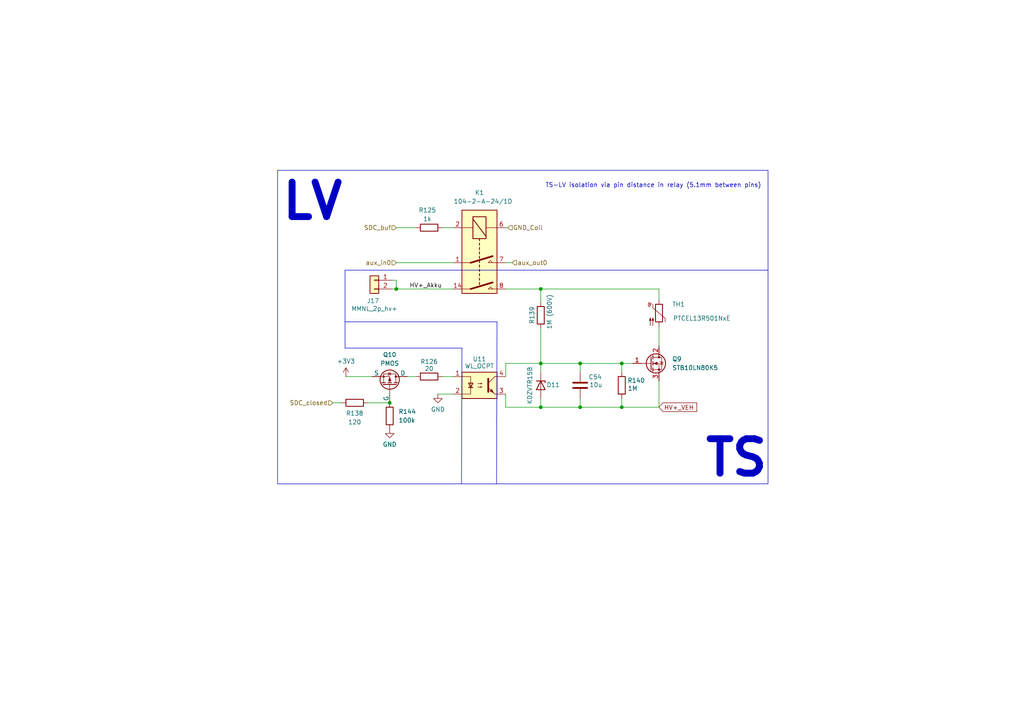
<source format=kicad_sch>
(kicad_sch
	(version 20231120)
	(generator "eeschema")
	(generator_version "8.0")
	(uuid "13e073e0-08f3-43ce-a5c5-b3a3660479c2")
	(paper "A4")
	(lib_symbols
		(symbol "Connector_Generic:Conn_01x02"
			(pin_names
				(offset 1.016) hide)
			(exclude_from_sim no)
			(in_bom yes)
			(on_board yes)
			(property "Reference" "J"
				(at 0 2.54 0)
				(effects
					(font
						(size 1.27 1.27)
					)
				)
			)
			(property "Value" "Conn_01x02"
				(at 0 -5.08 0)
				(effects
					(font
						(size 1.27 1.27)
					)
				)
			)
			(property "Footprint" ""
				(at 0 0 0)
				(effects
					(font
						(size 1.27 1.27)
					)
					(hide yes)
				)
			)
			(property "Datasheet" "~"
				(at 0 0 0)
				(effects
					(font
						(size 1.27 1.27)
					)
					(hide yes)
				)
			)
			(property "Description" "Generic connector, single row, 01x02, script generated (kicad-library-utils/schlib/autogen/connector/)"
				(at 0 0 0)
				(effects
					(font
						(size 1.27 1.27)
					)
					(hide yes)
				)
			)
			(property "ki_keywords" "connector"
				(at 0 0 0)
				(effects
					(font
						(size 1.27 1.27)
					)
					(hide yes)
				)
			)
			(property "ki_fp_filters" "Connector*:*_1x??_*"
				(at 0 0 0)
				(effects
					(font
						(size 1.27 1.27)
					)
					(hide yes)
				)
			)
			(symbol "Conn_01x02_1_1"
				(rectangle
					(start -1.27 -2.413)
					(end 0 -2.667)
					(stroke
						(width 0.1524)
						(type default)
					)
					(fill
						(type none)
					)
				)
				(rectangle
					(start -1.27 0.127)
					(end 0 -0.127)
					(stroke
						(width 0.1524)
						(type default)
					)
					(fill
						(type none)
					)
				)
				(rectangle
					(start -1.27 1.27)
					(end 1.27 -3.81)
					(stroke
						(width 0.254)
						(type default)
					)
					(fill
						(type background)
					)
				)
				(pin passive line
					(at -5.08 0 0)
					(length 3.81)
					(name "Pin_1"
						(effects
							(font
								(size 1.27 1.27)
							)
						)
					)
					(number "1"
						(effects
							(font
								(size 1.27 1.27)
							)
						)
					)
				)
				(pin passive line
					(at -5.08 -2.54 0)
					(length 3.81)
					(name "Pin_2"
						(effects
							(font
								(size 1.27 1.27)
							)
						)
					)
					(number "2"
						(effects
							(font
								(size 1.27 1.27)
							)
						)
					)
				)
			)
		)
		(symbol "Device:C"
			(pin_numbers hide)
			(pin_names
				(offset 0.254)
			)
			(exclude_from_sim no)
			(in_bom yes)
			(on_board yes)
			(property "Reference" "C"
				(at 0.635 2.54 0)
				(effects
					(font
						(size 1.27 1.27)
					)
					(justify left)
				)
			)
			(property "Value" "C"
				(at 0.635 -2.54 0)
				(effects
					(font
						(size 1.27 1.27)
					)
					(justify left)
				)
			)
			(property "Footprint" ""
				(at 0.9652 -3.81 0)
				(effects
					(font
						(size 1.27 1.27)
					)
					(hide yes)
				)
			)
			(property "Datasheet" "~"
				(at 0 0 0)
				(effects
					(font
						(size 1.27 1.27)
					)
					(hide yes)
				)
			)
			(property "Description" "Unpolarized capacitor"
				(at 0 0 0)
				(effects
					(font
						(size 1.27 1.27)
					)
					(hide yes)
				)
			)
			(property "ki_keywords" "cap capacitor"
				(at 0 0 0)
				(effects
					(font
						(size 1.27 1.27)
					)
					(hide yes)
				)
			)
			(property "ki_fp_filters" "C_*"
				(at 0 0 0)
				(effects
					(font
						(size 1.27 1.27)
					)
					(hide yes)
				)
			)
			(symbol "C_0_1"
				(polyline
					(pts
						(xy -2.032 -0.762) (xy 2.032 -0.762)
					)
					(stroke
						(width 0.508)
						(type default)
					)
					(fill
						(type none)
					)
				)
				(polyline
					(pts
						(xy -2.032 0.762) (xy 2.032 0.762)
					)
					(stroke
						(width 0.508)
						(type default)
					)
					(fill
						(type none)
					)
				)
			)
			(symbol "C_1_1"
				(pin passive line
					(at 0 3.81 270)
					(length 2.794)
					(name "~"
						(effects
							(font
								(size 1.27 1.27)
							)
						)
					)
					(number "1"
						(effects
							(font
								(size 1.27 1.27)
							)
						)
					)
				)
				(pin passive line
					(at 0 -3.81 90)
					(length 2.794)
					(name "~"
						(effects
							(font
								(size 1.27 1.27)
							)
						)
					)
					(number "2"
						(effects
							(font
								(size 1.27 1.27)
							)
						)
					)
				)
			)
		)
		(symbol "Device:D_Zener"
			(pin_numbers hide)
			(pin_names
				(offset 1.016) hide)
			(exclude_from_sim no)
			(in_bom yes)
			(on_board yes)
			(property "Reference" "D"
				(at 0 2.54 0)
				(effects
					(font
						(size 1.27 1.27)
					)
				)
			)
			(property "Value" "D_Zener"
				(at 0 -2.54 0)
				(effects
					(font
						(size 1.27 1.27)
					)
				)
			)
			(property "Footprint" ""
				(at 0 0 0)
				(effects
					(font
						(size 1.27 1.27)
					)
					(hide yes)
				)
			)
			(property "Datasheet" "~"
				(at 0 0 0)
				(effects
					(font
						(size 1.27 1.27)
					)
					(hide yes)
				)
			)
			(property "Description" "Zener diode"
				(at 0 0 0)
				(effects
					(font
						(size 1.27 1.27)
					)
					(hide yes)
				)
			)
			(property "ki_keywords" "diode"
				(at 0 0 0)
				(effects
					(font
						(size 1.27 1.27)
					)
					(hide yes)
				)
			)
			(property "ki_fp_filters" "TO-???* *_Diode_* *SingleDiode* D_*"
				(at 0 0 0)
				(effects
					(font
						(size 1.27 1.27)
					)
					(hide yes)
				)
			)
			(symbol "D_Zener_0_1"
				(polyline
					(pts
						(xy 1.27 0) (xy -1.27 0)
					)
					(stroke
						(width 0)
						(type default)
					)
					(fill
						(type none)
					)
				)
				(polyline
					(pts
						(xy -1.27 -1.27) (xy -1.27 1.27) (xy -0.762 1.27)
					)
					(stroke
						(width 0.254)
						(type default)
					)
					(fill
						(type none)
					)
				)
				(polyline
					(pts
						(xy 1.27 -1.27) (xy 1.27 1.27) (xy -1.27 0) (xy 1.27 -1.27)
					)
					(stroke
						(width 0.254)
						(type default)
					)
					(fill
						(type none)
					)
				)
			)
			(symbol "D_Zener_1_1"
				(pin passive line
					(at -3.81 0 0)
					(length 2.54)
					(name "K"
						(effects
							(font
								(size 1.27 1.27)
							)
						)
					)
					(number "1"
						(effects
							(font
								(size 1.27 1.27)
							)
						)
					)
				)
				(pin passive line
					(at 3.81 0 180)
					(length 2.54)
					(name "A"
						(effects
							(font
								(size 1.27 1.27)
							)
						)
					)
					(number "2"
						(effects
							(font
								(size 1.27 1.27)
							)
						)
					)
				)
			)
		)
		(symbol "Device:R"
			(pin_numbers hide)
			(pin_names
				(offset 0)
			)
			(exclude_from_sim no)
			(in_bom yes)
			(on_board yes)
			(property "Reference" "R"
				(at 2.032 0 90)
				(effects
					(font
						(size 1.27 1.27)
					)
				)
			)
			(property "Value" "R"
				(at 0 0 90)
				(effects
					(font
						(size 1.27 1.27)
					)
				)
			)
			(property "Footprint" ""
				(at -1.778 0 90)
				(effects
					(font
						(size 1.27 1.27)
					)
					(hide yes)
				)
			)
			(property "Datasheet" "~"
				(at 0 0 0)
				(effects
					(font
						(size 1.27 1.27)
					)
					(hide yes)
				)
			)
			(property "Description" "Resistor"
				(at 0 0 0)
				(effects
					(font
						(size 1.27 1.27)
					)
					(hide yes)
				)
			)
			(property "ki_keywords" "R res resistor"
				(at 0 0 0)
				(effects
					(font
						(size 1.27 1.27)
					)
					(hide yes)
				)
			)
			(property "ki_fp_filters" "R_*"
				(at 0 0 0)
				(effects
					(font
						(size 1.27 1.27)
					)
					(hide yes)
				)
			)
			(symbol "R_0_1"
				(rectangle
					(start -1.016 -2.54)
					(end 1.016 2.54)
					(stroke
						(width 0.254)
						(type default)
					)
					(fill
						(type none)
					)
				)
			)
			(symbol "R_1_1"
				(pin passive line
					(at 0 3.81 270)
					(length 1.27)
					(name "~"
						(effects
							(font
								(size 1.27 1.27)
							)
						)
					)
					(number "1"
						(effects
							(font
								(size 1.27 1.27)
							)
						)
					)
				)
				(pin passive line
					(at 0 -3.81 90)
					(length 1.27)
					(name "~"
						(effects
							(font
								(size 1.27 1.27)
							)
						)
					)
					(number "2"
						(effects
							(font
								(size 1.27 1.27)
							)
						)
					)
				)
			)
		)
		(symbol "Device:Thermistor_PTC"
			(pin_numbers hide)
			(pin_names
				(offset 0)
			)
			(exclude_from_sim no)
			(in_bom yes)
			(on_board yes)
			(property "Reference" "TH"
				(at -4.064 0 90)
				(effects
					(font
						(size 1.27 1.27)
					)
				)
			)
			(property "Value" "Thermistor_PTC"
				(at 3.048 0 90)
				(effects
					(font
						(size 1.27 1.27)
					)
				)
			)
			(property "Footprint" ""
				(at 1.27 -5.08 0)
				(effects
					(font
						(size 1.27 1.27)
					)
					(justify left)
					(hide yes)
				)
			)
			(property "Datasheet" "~"
				(at 0 0 0)
				(effects
					(font
						(size 1.27 1.27)
					)
					(hide yes)
				)
			)
			(property "Description" "Temperature dependent resistor, positive temperature coefficient"
				(at 0 0 0)
				(effects
					(font
						(size 1.27 1.27)
					)
					(hide yes)
				)
			)
			(property "ki_keywords" "resistor PTC thermistor sensor RTD"
				(at 0 0 0)
				(effects
					(font
						(size 1.27 1.27)
					)
					(hide yes)
				)
			)
			(property "ki_fp_filters" "*PTC* *Thermistor* PIN?ARRAY* bornier* *Terminal?Block* R_*"
				(at 0 0 0)
				(effects
					(font
						(size 1.27 1.27)
					)
					(hide yes)
				)
			)
			(symbol "Thermistor_PTC_0_1"
				(arc
					(start -3.048 2.159)
					(mid -3.0495 2.3143)
					(end -3.175 2.413)
					(stroke
						(width 0)
						(type default)
					)
					(fill
						(type none)
					)
				)
				(arc
					(start -3.048 2.159)
					(mid -2.9736 1.9794)
					(end -2.794 1.905)
					(stroke
						(width 0)
						(type default)
					)
					(fill
						(type none)
					)
				)
				(arc
					(start -3.048 2.794)
					(mid -2.9736 2.6144)
					(end -2.794 2.54)
					(stroke
						(width 0)
						(type default)
					)
					(fill
						(type none)
					)
				)
				(arc
					(start -2.794 1.905)
					(mid -2.6144 1.9794)
					(end -2.54 2.159)
					(stroke
						(width 0)
						(type default)
					)
					(fill
						(type none)
					)
				)
				(arc
					(start -2.794 2.54)
					(mid -2.4393 2.5587)
					(end -2.159 2.794)
					(stroke
						(width 0)
						(type default)
					)
					(fill
						(type none)
					)
				)
				(arc
					(start -2.794 3.048)
					(mid -2.9736 2.9736)
					(end -3.048 2.794)
					(stroke
						(width 0)
						(type default)
					)
					(fill
						(type none)
					)
				)
				(arc
					(start -2.54 2.794)
					(mid -2.6144 2.9736)
					(end -2.794 3.048)
					(stroke
						(width 0)
						(type default)
					)
					(fill
						(type none)
					)
				)
				(rectangle
					(start -1.016 2.54)
					(end 1.016 -2.54)
					(stroke
						(width 0.254)
						(type default)
					)
					(fill
						(type none)
					)
				)
				(polyline
					(pts
						(xy -2.54 2.159) (xy -2.54 2.794)
					)
					(stroke
						(width 0)
						(type default)
					)
					(fill
						(type none)
					)
				)
				(polyline
					(pts
						(xy -1.778 2.54) (xy -1.778 1.524) (xy 1.778 -1.524) (xy 1.778 -2.54)
					)
					(stroke
						(width 0)
						(type default)
					)
					(fill
						(type none)
					)
				)
				(polyline
					(pts
						(xy -2.54 -3.683) (xy -2.54 -1.397) (xy -2.794 -2.159) (xy -2.286 -2.159) (xy -2.54 -1.397) (xy -2.54 -1.651)
					)
					(stroke
						(width 0)
						(type default)
					)
					(fill
						(type outline)
					)
				)
				(polyline
					(pts
						(xy -1.778 -3.683) (xy -1.778 -1.397) (xy -2.032 -2.159) (xy -1.524 -2.159) (xy -1.778 -1.397)
						(xy -1.778 -1.651)
					)
					(stroke
						(width 0)
						(type default)
					)
					(fill
						(type outline)
					)
				)
			)
			(symbol "Thermistor_PTC_1_1"
				(pin passive line
					(at 0 3.81 270)
					(length 1.27)
					(name "~"
						(effects
							(font
								(size 1.27 1.27)
							)
						)
					)
					(number "1"
						(effects
							(font
								(size 1.27 1.27)
							)
						)
					)
				)
				(pin passive line
					(at 0 -3.81 90)
					(length 1.27)
					(name "~"
						(effects
							(font
								(size 1.27 1.27)
							)
						)
					)
					(number "2"
						(effects
							(font
								(size 1.27 1.27)
							)
						)
					)
				)
			)
		)
		(symbol "Isolator:FODM217A"
			(exclude_from_sim no)
			(in_bom yes)
			(on_board yes)
			(property "Reference" "U4"
				(at 1.27 7.62 0)
				(effects
					(font
						(size 1.27 1.27)
					)
				)
			)
			(property "Value" "WL_OCDA"
				(at 1.27 5.588 0)
				(effects
					(font
						(size 1.27 1.27)
					)
				)
			)
			(property "Footprint" "Package_SO:SOP-4_4.4x2.6mm_P1.27mm"
				(at 0 -5.08 0)
				(effects
					(font
						(size 1.27 1.27)
						(italic yes)
					)
					(hide yes)
				)
			)
			(property "Datasheet" ""
				(at 0 0 0)
				(effects
					(font
						(size 1.27 1.27)
					)
					(justify left)
					(hide yes)
				)
			)
			(property "Description" "141352145000"
				(at 0 0 0)
				(effects
					(font
						(size 1.27 1.27)
					)
					(hide yes)
				)
			)
			(property "ki_keywords" "DC Phototransistor Optocoupler"
				(at 0 0 0)
				(effects
					(font
						(size 1.27 1.27)
					)
					(hide yes)
				)
			)
			(property "ki_fp_filters" "SOP*4.4x2.6mm*P1.27mm*"
				(at 0 0 0)
				(effects
					(font
						(size 1.27 1.27)
					)
					(hide yes)
				)
			)
			(symbol "FODM217A_0_1"
				(rectangle
					(start -5.08 3.81)
					(end 5.08 -3.81)
					(stroke
						(width 0.254)
						(type default)
					)
					(fill
						(type background)
					)
				)
				(polyline
					(pts
						(xy -3.175 -0.635) (xy -1.905 -0.635)
					)
					(stroke
						(width 0.254)
						(type default)
					)
					(fill
						(type none)
					)
				)
				(polyline
					(pts
						(xy 2.54 0.635) (xy 4.445 2.54)
					)
					(stroke
						(width 0)
						(type default)
					)
					(fill
						(type none)
					)
				)
				(polyline
					(pts
						(xy 4.445 -2.54) (xy 2.54 -0.635)
					)
					(stroke
						(width 0)
						(type default)
					)
					(fill
						(type outline)
					)
				)
				(polyline
					(pts
						(xy 4.445 -2.54) (xy 5.08 -2.54)
					)
					(stroke
						(width 0)
						(type default)
					)
					(fill
						(type none)
					)
				)
				(polyline
					(pts
						(xy 4.445 2.54) (xy 5.08 2.54)
					)
					(stroke
						(width 0)
						(type default)
					)
					(fill
						(type none)
					)
				)
				(polyline
					(pts
						(xy -5.08 2.54) (xy -2.54 2.54) (xy -2.54 -0.635)
					)
					(stroke
						(width 0)
						(type default)
					)
					(fill
						(type none)
					)
				)
				(polyline
					(pts
						(xy -2.54 -0.635) (xy -2.54 -2.54) (xy -5.08 -2.54)
					)
					(stroke
						(width 0)
						(type default)
					)
					(fill
						(type none)
					)
				)
				(polyline
					(pts
						(xy 2.54 1.905) (xy 2.54 -1.905) (xy 2.54 -1.905)
					)
					(stroke
						(width 0.508)
						(type default)
					)
					(fill
						(type none)
					)
				)
				(polyline
					(pts
						(xy -2.54 -0.635) (xy -3.175 0.635) (xy -1.905 0.635) (xy -2.54 -0.635)
					)
					(stroke
						(width 0.254)
						(type default)
					)
					(fill
						(type none)
					)
				)
				(polyline
					(pts
						(xy -0.508 -0.508) (xy 0.762 -0.508) (xy 0.381 -0.635) (xy 0.381 -0.381) (xy 0.762 -0.508)
					)
					(stroke
						(width 0)
						(type default)
					)
					(fill
						(type none)
					)
				)
				(polyline
					(pts
						(xy -0.508 0.508) (xy 0.762 0.508) (xy 0.381 0.381) (xy 0.381 0.635) (xy 0.762 0.508)
					)
					(stroke
						(width 0)
						(type default)
					)
					(fill
						(type none)
					)
				)
				(polyline
					(pts
						(xy 3.048 -1.651) (xy 3.556 -1.143) (xy 4.064 -2.159) (xy 3.048 -1.651) (xy 3.048 -1.651)
					)
					(stroke
						(width 0)
						(type default)
					)
					(fill
						(type outline)
					)
				)
			)
			(symbol "FODM217A_1_1"
				(pin passive line
					(at -7.62 2.54 0)
					(length 2.54)
					(name "~"
						(effects
							(font
								(size 1.27 1.27)
							)
						)
					)
					(number "1"
						(effects
							(font
								(size 1.27 1.27)
							)
						)
					)
				)
				(pin passive line
					(at -7.62 -2.54 0)
					(length 2.54)
					(name "~"
						(effects
							(font
								(size 1.27 1.27)
							)
						)
					)
					(number "2"
						(effects
							(font
								(size 1.27 1.27)
							)
						)
					)
				)
				(pin passive line
					(at 7.62 -2.54 180)
					(length 2.54)
					(name "~"
						(effects
							(font
								(size 1.27 1.27)
							)
						)
					)
					(number "3"
						(effects
							(font
								(size 1.27 1.27)
							)
						)
					)
				)
				(pin passive line
					(at 7.62 2.54 180)
					(length 2.54)
					(name "~"
						(effects
							(font
								(size 1.27 1.27)
							)
						)
					)
					(number "4"
						(effects
							(font
								(size 1.27 1.27)
							)
						)
					)
				)
			)
		)
		(symbol "Relay:DIPxx-2Axx-21x"
			(exclude_from_sim no)
			(in_bom yes)
			(on_board yes)
			(property "Reference" "K"
				(at 12.7 3.81 0)
				(effects
					(font
						(size 1.27 1.27)
					)
					(justify left)
				)
			)
			(property "Value" "DIPxx-2Axx-21x"
				(at 12.7 1.27 0)
				(effects
					(font
						(size 1.27 1.27)
					)
					(justify left)
				)
			)
			(property "Footprint" "Relay_THT:Relay_StandexMeder_DIP_LowProfile"
				(at 12.7 -1.27 0)
				(effects
					(font
						(size 1.27 1.27)
					)
					(justify left)
					(hide yes)
				)
			)
			(property "Datasheet" "https://standexelectronics.com/wp-content/uploads/datasheet_reed_relay_DIP.pdf"
				(at 0 0 0)
				(effects
					(font
						(size 1.27 1.27)
					)
					(hide yes)
				)
			)
			(property "Description" "Standex Meder DIP reed relay, DPST, Closing Contacts"
				(at 0 0 0)
				(effects
					(font
						(size 1.27 1.27)
					)
					(hide yes)
				)
			)
			(property "ki_keywords" "Single Pole Reed Relay DPST"
				(at 0 0 0)
				(effects
					(font
						(size 1.27 1.27)
					)
					(hide yes)
				)
			)
			(property "ki_fp_filters" "Relay*StandexMeder*DIP*LowProfile*"
				(at 0 0 0)
				(effects
					(font
						(size 1.27 1.27)
					)
					(hide yes)
				)
			)
			(symbol "DIPxx-2Axx-21x_0_0"
				(polyline
					(pts
						(xy 2.54 5.08) (xy 2.54 2.54) (xy 1.905 3.175) (xy 2.54 3.81)
					)
					(stroke
						(width 0)
						(type default)
					)
					(fill
						(type none)
					)
				)
				(polyline
					(pts
						(xy 10.16 5.08) (xy 10.16 2.54) (xy 9.525 3.175) (xy 10.16 3.81)
					)
					(stroke
						(width 0)
						(type default)
					)
					(fill
						(type none)
					)
				)
			)
			(symbol "DIPxx-2Axx-21x_0_1"
				(rectangle
					(start -12.7 5.08)
					(end 11.43 -5.08)
					(stroke
						(width 0.254)
						(type default)
					)
					(fill
						(type background)
					)
				)
				(rectangle
					(start -10.795 1.905)
					(end -4.445 -1.905)
					(stroke
						(width 0.254)
						(type default)
					)
					(fill
						(type none)
					)
				)
				(polyline
					(pts
						(xy -10.16 -1.905) (xy -5.08 1.905)
					)
					(stroke
						(width 0.254)
						(type default)
					)
					(fill
						(type none)
					)
				)
				(polyline
					(pts
						(xy -7.62 -5.08) (xy -7.62 -1.905)
					)
					(stroke
						(width 0)
						(type default)
					)
					(fill
						(type none)
					)
				)
				(polyline
					(pts
						(xy -7.62 5.08) (xy -7.62 1.905)
					)
					(stroke
						(width 0)
						(type default)
					)
					(fill
						(type none)
					)
				)
				(polyline
					(pts
						(xy -4.445 0) (xy -3.81 0)
					)
					(stroke
						(width 0.254)
						(type default)
					)
					(fill
						(type none)
					)
				)
				(polyline
					(pts
						(xy -3.175 0) (xy -2.54 0)
					)
					(stroke
						(width 0.254)
						(type default)
					)
					(fill
						(type none)
					)
				)
				(polyline
					(pts
						(xy -1.905 0) (xy -1.27 0)
					)
					(stroke
						(width 0.254)
						(type default)
					)
					(fill
						(type none)
					)
				)
				(polyline
					(pts
						(xy -0.635 0) (xy 0 0)
					)
					(stroke
						(width 0.254)
						(type default)
					)
					(fill
						(type none)
					)
				)
				(polyline
					(pts
						(xy 0.635 0) (xy 1.27 0)
					)
					(stroke
						(width 0.254)
						(type default)
					)
					(fill
						(type none)
					)
				)
				(polyline
					(pts
						(xy 1.905 0) (xy 2.54 0)
					)
					(stroke
						(width 0.254)
						(type default)
					)
					(fill
						(type none)
					)
				)
				(polyline
					(pts
						(xy 2.54 -2.54) (xy 0.635 3.81)
					)
					(stroke
						(width 0.508)
						(type default)
					)
					(fill
						(type none)
					)
				)
				(polyline
					(pts
						(xy 2.54 -2.54) (xy 2.54 -5.08)
					)
					(stroke
						(width 0)
						(type default)
					)
					(fill
						(type none)
					)
				)
				(polyline
					(pts
						(xy 3.175 0) (xy 3.81 0)
					)
					(stroke
						(width 0.254)
						(type default)
					)
					(fill
						(type none)
					)
				)
				(polyline
					(pts
						(xy 4.445 0) (xy 5.08 0)
					)
					(stroke
						(width 0.254)
						(type default)
					)
					(fill
						(type none)
					)
				)
				(polyline
					(pts
						(xy 5.715 0) (xy 6.35 0)
					)
					(stroke
						(width 0.254)
						(type default)
					)
					(fill
						(type none)
					)
				)
				(polyline
					(pts
						(xy 6.985 0) (xy 7.62 0)
					)
					(stroke
						(width 0.254)
						(type default)
					)
					(fill
						(type none)
					)
				)
				(polyline
					(pts
						(xy 8.255 0) (xy 8.89 0)
					)
					(stroke
						(width 0.254)
						(type default)
					)
					(fill
						(type none)
					)
				)
				(polyline
					(pts
						(xy 10.16 -2.54) (xy 8.255 3.81)
					)
					(stroke
						(width 0.508)
						(type default)
					)
					(fill
						(type none)
					)
				)
				(polyline
					(pts
						(xy 10.16 -2.54) (xy 10.16 -5.08)
					)
					(stroke
						(width 0)
						(type default)
					)
					(fill
						(type none)
					)
				)
			)
			(symbol "DIPxx-2Axx-21x_1_1"
				(pin passive line
					(at 2.54 -7.62 90)
					(length 2.54)
					(name "~"
						(effects
							(font
								(size 1.27 1.27)
							)
						)
					)
					(number "1"
						(effects
							(font
								(size 1.27 1.27)
							)
						)
					)
				)
				(pin passive line
					(at 10.16 -7.62 90)
					(length 2.54)
					(name "~"
						(effects
							(font
								(size 1.27 1.27)
							)
						)
					)
					(number "14"
						(effects
							(font
								(size 1.27 1.27)
							)
						)
					)
				)
				(pin passive line
					(at -7.62 -7.62 90)
					(length 2.54)
					(name "~"
						(effects
							(font
								(size 1.27 1.27)
							)
						)
					)
					(number "2"
						(effects
							(font
								(size 1.27 1.27)
							)
						)
					)
				)
				(pin passive line
					(at -7.62 7.62 270)
					(length 2.54)
					(name "~"
						(effects
							(font
								(size 1.27 1.27)
							)
						)
					)
					(number "6"
						(effects
							(font
								(size 1.27 1.27)
							)
						)
					)
				)
				(pin passive line
					(at 2.54 7.62 270)
					(length 2.54)
					(name "~"
						(effects
							(font
								(size 1.27 1.27)
							)
						)
					)
					(number "7"
						(effects
							(font
								(size 1.27 1.27)
							)
						)
					)
				)
				(pin passive line
					(at 10.16 7.62 270)
					(length 2.54)
					(name "~"
						(effects
							(font
								(size 1.27 1.27)
							)
						)
					)
					(number "8"
						(effects
							(font
								(size 1.27 1.27)
							)
						)
					)
				)
			)
		)
		(symbol "Simulation_SPICE:PMOS"
			(pin_numbers hide)
			(pin_names
				(offset 0)
			)
			(exclude_from_sim no)
			(in_bom yes)
			(on_board yes)
			(property "Reference" "Q"
				(at 5.08 1.27 0)
				(effects
					(font
						(size 1.27 1.27)
					)
					(justify left)
				)
			)
			(property "Value" "PMOS"
				(at 5.08 -1.27 0)
				(effects
					(font
						(size 1.27 1.27)
					)
					(justify left)
				)
			)
			(property "Footprint" ""
				(at 5.08 2.54 0)
				(effects
					(font
						(size 1.27 1.27)
					)
					(hide yes)
				)
			)
			(property "Datasheet" "https://ngspice.sourceforge.io/docs/ngspice-html-manual/manual.xhtml#cha_MOSFETs"
				(at 0 -12.7 0)
				(effects
					(font
						(size 1.27 1.27)
					)
					(hide yes)
				)
			)
			(property "Description" "P-MOSFET transistor, drain/source/gate"
				(at 0 0 0)
				(effects
					(font
						(size 1.27 1.27)
					)
					(hide yes)
				)
			)
			(property "Sim.Device" "PMOS"
				(at 0 -17.145 0)
				(effects
					(font
						(size 1.27 1.27)
					)
					(hide yes)
				)
			)
			(property "Sim.Type" "VDMOS"
				(at 0 -19.05 0)
				(effects
					(font
						(size 1.27 1.27)
					)
					(hide yes)
				)
			)
			(property "Sim.Pins" "1=D 2=G 3=S"
				(at 0 -15.24 0)
				(effects
					(font
						(size 1.27 1.27)
					)
					(hide yes)
				)
			)
			(property "ki_keywords" "transistor PMOS P-MOS P-MOSFET simulation"
				(at 0 0 0)
				(effects
					(font
						(size 1.27 1.27)
					)
					(hide yes)
				)
			)
			(symbol "PMOS_0_1"
				(polyline
					(pts
						(xy 0.254 0) (xy -2.54 0)
					)
					(stroke
						(width 0)
						(type default)
					)
					(fill
						(type none)
					)
				)
				(polyline
					(pts
						(xy 0.254 1.905) (xy 0.254 -1.905)
					)
					(stroke
						(width 0.254)
						(type default)
					)
					(fill
						(type none)
					)
				)
				(polyline
					(pts
						(xy 0.762 -1.27) (xy 0.762 -2.286)
					)
					(stroke
						(width 0.254)
						(type default)
					)
					(fill
						(type none)
					)
				)
				(polyline
					(pts
						(xy 0.762 0.508) (xy 0.762 -0.508)
					)
					(stroke
						(width 0.254)
						(type default)
					)
					(fill
						(type none)
					)
				)
				(polyline
					(pts
						(xy 0.762 2.286) (xy 0.762 1.27)
					)
					(stroke
						(width 0.254)
						(type default)
					)
					(fill
						(type none)
					)
				)
				(polyline
					(pts
						(xy 2.54 2.54) (xy 2.54 1.778)
					)
					(stroke
						(width 0)
						(type default)
					)
					(fill
						(type none)
					)
				)
				(polyline
					(pts
						(xy 2.54 -2.54) (xy 2.54 0) (xy 0.762 0)
					)
					(stroke
						(width 0)
						(type default)
					)
					(fill
						(type none)
					)
				)
				(polyline
					(pts
						(xy 0.762 1.778) (xy 3.302 1.778) (xy 3.302 -1.778) (xy 0.762 -1.778)
					)
					(stroke
						(width 0)
						(type default)
					)
					(fill
						(type none)
					)
				)
				(polyline
					(pts
						(xy 2.286 0) (xy 1.27 0.381) (xy 1.27 -0.381) (xy 2.286 0)
					)
					(stroke
						(width 0)
						(type default)
					)
					(fill
						(type outline)
					)
				)
				(polyline
					(pts
						(xy 2.794 -0.508) (xy 2.921 -0.381) (xy 3.683 -0.381) (xy 3.81 -0.254)
					)
					(stroke
						(width 0)
						(type default)
					)
					(fill
						(type none)
					)
				)
				(polyline
					(pts
						(xy 3.302 -0.381) (xy 2.921 0.254) (xy 3.683 0.254) (xy 3.302 -0.381)
					)
					(stroke
						(width 0)
						(type default)
					)
					(fill
						(type none)
					)
				)
				(circle
					(center 1.651 0)
					(radius 2.794)
					(stroke
						(width 0.254)
						(type default)
					)
					(fill
						(type none)
					)
				)
				(circle
					(center 2.54 -1.778)
					(radius 0.254)
					(stroke
						(width 0)
						(type default)
					)
					(fill
						(type outline)
					)
				)
				(circle
					(center 2.54 1.778)
					(radius 0.254)
					(stroke
						(width 0)
						(type default)
					)
					(fill
						(type outline)
					)
				)
			)
			(symbol "PMOS_1_1"
				(pin passive line
					(at 2.54 5.08 270)
					(length 2.54)
					(name "D"
						(effects
							(font
								(size 1.27 1.27)
							)
						)
					)
					(number "1"
						(effects
							(font
								(size 1.27 1.27)
							)
						)
					)
				)
				(pin input line
					(at -5.08 0 0)
					(length 2.54)
					(name "G"
						(effects
							(font
								(size 1.27 1.27)
							)
						)
					)
					(number "2"
						(effects
							(font
								(size 1.27 1.27)
							)
						)
					)
				)
				(pin passive line
					(at 2.54 -5.08 90)
					(length 2.54)
					(name "S"
						(effects
							(font
								(size 1.27 1.27)
							)
						)
					)
					(number "3"
						(effects
							(font
								(size 1.27 1.27)
							)
						)
					)
				)
			)
		)
		(symbol "Transistor_FET:STB15N80K5"
			(pin_names hide)
			(exclude_from_sim no)
			(in_bom yes)
			(on_board yes)
			(property "Reference" "Q"
				(at 5.08 1.905 0)
				(effects
					(font
						(size 1.27 1.27)
					)
					(justify left)
				)
			)
			(property "Value" "STB15N80K5"
				(at 5.08 0 0)
				(effects
					(font
						(size 1.27 1.27)
					)
					(justify left)
				)
			)
			(property "Footprint" "Package_TO_SOT_SMD:TO-263-2"
				(at 5.08 -1.905 0)
				(effects
					(font
						(size 1.27 1.27)
						(italic yes)
					)
					(justify left)
					(hide yes)
				)
			)
			(property "Datasheet" "https://www.st.com/resource/en/datasheet/stb15n80k5.pdf"
				(at 5.08 -3.81 0)
				(effects
					(font
						(size 1.27 1.27)
					)
					(justify left)
					(hide yes)
				)
			)
			(property "Description" "14A Id, 800V Vds, N-Channel MOSFET, 375mOhm Ron, D2PAK"
				(at 0 0 0)
				(effects
					(font
						(size 1.27 1.27)
					)
					(hide yes)
				)
			)
			(property "ki_keywords" "N-Channel MOSFET"
				(at 0 0 0)
				(effects
					(font
						(size 1.27 1.27)
					)
					(hide yes)
				)
			)
			(property "ki_fp_filters" "TO?263*"
				(at 0 0 0)
				(effects
					(font
						(size 1.27 1.27)
					)
					(hide yes)
				)
			)
			(symbol "STB15N80K5_0_1"
				(polyline
					(pts
						(xy 0.254 0) (xy -2.54 0)
					)
					(stroke
						(width 0)
						(type default)
					)
					(fill
						(type none)
					)
				)
				(polyline
					(pts
						(xy 0.254 1.905) (xy 0.254 -1.905)
					)
					(stroke
						(width 0.254)
						(type default)
					)
					(fill
						(type none)
					)
				)
				(polyline
					(pts
						(xy 0.762 -1.27) (xy 0.762 -2.286)
					)
					(stroke
						(width 0.254)
						(type default)
					)
					(fill
						(type none)
					)
				)
				(polyline
					(pts
						(xy 0.762 0.508) (xy 0.762 -0.508)
					)
					(stroke
						(width 0.254)
						(type default)
					)
					(fill
						(type none)
					)
				)
				(polyline
					(pts
						(xy 0.762 2.286) (xy 0.762 1.27)
					)
					(stroke
						(width 0.254)
						(type default)
					)
					(fill
						(type none)
					)
				)
				(polyline
					(pts
						(xy 2.54 2.54) (xy 2.54 1.778)
					)
					(stroke
						(width 0)
						(type default)
					)
					(fill
						(type none)
					)
				)
				(polyline
					(pts
						(xy 2.54 -2.54) (xy 2.54 0) (xy 0.762 0)
					)
					(stroke
						(width 0)
						(type default)
					)
					(fill
						(type none)
					)
				)
				(polyline
					(pts
						(xy 0.762 -1.778) (xy 3.302 -1.778) (xy 3.302 1.778) (xy 0.762 1.778)
					)
					(stroke
						(width 0)
						(type default)
					)
					(fill
						(type none)
					)
				)
				(polyline
					(pts
						(xy 1.016 0) (xy 2.032 0.381) (xy 2.032 -0.381) (xy 1.016 0)
					)
					(stroke
						(width 0)
						(type default)
					)
					(fill
						(type outline)
					)
				)
				(polyline
					(pts
						(xy 2.794 0.508) (xy 2.921 0.381) (xy 3.683 0.381) (xy 3.81 0.254)
					)
					(stroke
						(width 0)
						(type default)
					)
					(fill
						(type none)
					)
				)
				(polyline
					(pts
						(xy 3.302 0.381) (xy 2.921 -0.254) (xy 3.683 -0.254) (xy 3.302 0.381)
					)
					(stroke
						(width 0)
						(type default)
					)
					(fill
						(type none)
					)
				)
				(circle
					(center 1.651 0)
					(radius 2.794)
					(stroke
						(width 0.254)
						(type default)
					)
					(fill
						(type none)
					)
				)
				(circle
					(center 2.54 -1.778)
					(radius 0.254)
					(stroke
						(width 0)
						(type default)
					)
					(fill
						(type outline)
					)
				)
				(circle
					(center 2.54 1.778)
					(radius 0.254)
					(stroke
						(width 0)
						(type default)
					)
					(fill
						(type outline)
					)
				)
			)
			(symbol "STB15N80K5_1_1"
				(pin passive line
					(at -5.08 0 0)
					(length 2.54)
					(name "G"
						(effects
							(font
								(size 1.27 1.27)
							)
						)
					)
					(number "1"
						(effects
							(font
								(size 1.27 1.27)
							)
						)
					)
				)
				(pin passive line
					(at 2.54 5.08 270)
					(length 2.54)
					(name "D"
						(effects
							(font
								(size 1.27 1.27)
							)
						)
					)
					(number "2"
						(effects
							(font
								(size 1.27 1.27)
							)
						)
					)
				)
				(pin passive line
					(at 2.54 -5.08 90)
					(length 2.54)
					(name "S"
						(effects
							(font
								(size 1.27 1.27)
							)
						)
					)
					(number "3"
						(effects
							(font
								(size 1.27 1.27)
							)
						)
					)
				)
			)
		)
		(symbol "power:+3V3"
			(power)
			(pin_numbers hide)
			(pin_names
				(offset 0) hide)
			(exclude_from_sim no)
			(in_bom yes)
			(on_board yes)
			(property "Reference" "#PWR"
				(at 0 -3.81 0)
				(effects
					(font
						(size 1.27 1.27)
					)
					(hide yes)
				)
			)
			(property "Value" "+3V3"
				(at 0 3.556 0)
				(effects
					(font
						(size 1.27 1.27)
					)
				)
			)
			(property "Footprint" ""
				(at 0 0 0)
				(effects
					(font
						(size 1.27 1.27)
					)
					(hide yes)
				)
			)
			(property "Datasheet" ""
				(at 0 0 0)
				(effects
					(font
						(size 1.27 1.27)
					)
					(hide yes)
				)
			)
			(property "Description" "Power symbol creates a global label with name \"+3V3\""
				(at 0 0 0)
				(effects
					(font
						(size 1.27 1.27)
					)
					(hide yes)
				)
			)
			(property "ki_keywords" "global power"
				(at 0 0 0)
				(effects
					(font
						(size 1.27 1.27)
					)
					(hide yes)
				)
			)
			(symbol "+3V3_0_1"
				(polyline
					(pts
						(xy -0.762 1.27) (xy 0 2.54)
					)
					(stroke
						(width 0)
						(type default)
					)
					(fill
						(type none)
					)
				)
				(polyline
					(pts
						(xy 0 0) (xy 0 2.54)
					)
					(stroke
						(width 0)
						(type default)
					)
					(fill
						(type none)
					)
				)
				(polyline
					(pts
						(xy 0 2.54) (xy 0.762 1.27)
					)
					(stroke
						(width 0)
						(type default)
					)
					(fill
						(type none)
					)
				)
			)
			(symbol "+3V3_1_1"
				(pin power_in line
					(at 0 0 90)
					(length 0)
					(name "~"
						(effects
							(font
								(size 1.27 1.27)
							)
						)
					)
					(number "1"
						(effects
							(font
								(size 1.27 1.27)
							)
						)
					)
				)
			)
		)
		(symbol "power:GND"
			(power)
			(pin_numbers hide)
			(pin_names
				(offset 0) hide)
			(exclude_from_sim no)
			(in_bom yes)
			(on_board yes)
			(property "Reference" "#PWR"
				(at 0 -6.35 0)
				(effects
					(font
						(size 1.27 1.27)
					)
					(hide yes)
				)
			)
			(property "Value" "GND"
				(at 0 -3.81 0)
				(effects
					(font
						(size 1.27 1.27)
					)
				)
			)
			(property "Footprint" ""
				(at 0 0 0)
				(effects
					(font
						(size 1.27 1.27)
					)
					(hide yes)
				)
			)
			(property "Datasheet" ""
				(at 0 0 0)
				(effects
					(font
						(size 1.27 1.27)
					)
					(hide yes)
				)
			)
			(property "Description" "Power symbol creates a global label with name \"GND\" , ground"
				(at 0 0 0)
				(effects
					(font
						(size 1.27 1.27)
					)
					(hide yes)
				)
			)
			(property "ki_keywords" "global power"
				(at 0 0 0)
				(effects
					(font
						(size 1.27 1.27)
					)
					(hide yes)
				)
			)
			(symbol "GND_0_1"
				(polyline
					(pts
						(xy 0 0) (xy 0 -1.27) (xy 1.27 -1.27) (xy 0 -2.54) (xy -1.27 -1.27) (xy 0 -1.27)
					)
					(stroke
						(width 0)
						(type default)
					)
					(fill
						(type none)
					)
				)
			)
			(symbol "GND_1_1"
				(pin power_in line
					(at 0 0 270)
					(length 0)
					(name "~"
						(effects
							(font
								(size 1.27 1.27)
							)
						)
					)
					(number "1"
						(effects
							(font
								(size 1.27 1.27)
							)
						)
					)
				)
			)
		)
	)
	(junction
		(at 180.34 118.11)
		(diameter 0)
		(color 0 0 0 0)
		(uuid "3dbcd1f7-cab8-4b17-b9b1-292d82bbd200")
	)
	(junction
		(at 156.845 118.11)
		(diameter 0)
		(color 0 0 0 0)
		(uuid "46531e1a-bdd5-41a7-8f23-684e19d65934")
	)
	(junction
		(at 114.935 83.82)
		(diameter 0)
		(color 0 0 0 0)
		(uuid "69126a6c-e8f2-4642-8ec4-253f40d4767e")
	)
	(junction
		(at 156.845 105.41)
		(diameter 0)
		(color 0 0 0 0)
		(uuid "8a3ade5b-770f-4493-9fd9-a08b40e0beab")
	)
	(junction
		(at 168.275 105.41)
		(diameter 0)
		(color 0 0 0 0)
		(uuid "91744895-41af-4831-b47d-b4b860b19d65")
	)
	(junction
		(at 180.34 105.41)
		(diameter 0)
		(color 0 0 0 0)
		(uuid "9f696f8c-4a1b-4fa2-bcfb-3d8ab899a9dc")
	)
	(junction
		(at 156.845 83.82)
		(diameter 0)
		(color 0 0 0 0)
		(uuid "a5fcc108-7dc8-4be1-9b6d-f2f3c2c67209")
	)
	(junction
		(at 168.275 118.11)
		(diameter 0)
		(color 0 0 0 0)
		(uuid "aa11f6ca-e8c8-4758-99cd-70230615c32f")
	)
	(junction
		(at 113.03 116.84)
		(diameter 0)
		(color 0 0 0 0)
		(uuid "bae3c1f5-79a6-4455-a607-b78beb6853e0")
	)
	(wire
		(pts
			(xy 191.135 94.615) (xy 191.135 100.33)
		)
		(stroke
			(width 0)
			(type default)
		)
		(uuid "0aee1144-2e02-44b4-96c5-8dffa94d6bd9")
	)
	(wire
		(pts
			(xy 114.935 83.82) (xy 131.445 83.82)
		)
		(stroke
			(width 0)
			(type default)
		)
		(uuid "0c0d2e09-8716-4761-9d55-4fa087676277")
	)
	(wire
		(pts
			(xy 114.935 76.2) (xy 131.445 76.2)
		)
		(stroke
			(width 0)
			(type default)
		)
		(uuid "10b8b25b-6bf5-4456-bfd8-cec80d18a16b")
	)
	(wire
		(pts
			(xy 168.275 118.11) (xy 180.34 118.11)
		)
		(stroke
			(width 0)
			(type default)
		)
		(uuid "11cd3966-2715-4663-8e83-e0f4ab2fbd53")
	)
	(wire
		(pts
			(xy 168.275 105.41) (xy 180.34 105.41)
		)
		(stroke
			(width 0)
			(type default)
		)
		(uuid "188a7d13-480a-4bf3-b53c-806c85da4d84")
	)
	(wire
		(pts
			(xy 114.935 81.28) (xy 114.935 83.82)
		)
		(stroke
			(width 0)
			(type default)
		)
		(uuid "23dc4324-5ceb-4b81-8666-ce60ce4e4852")
	)
	(wire
		(pts
			(xy 168.275 105.41) (xy 168.275 107.95)
		)
		(stroke
			(width 0)
			(type default)
		)
		(uuid "2df9f9ee-1255-4532-b37d-057fba8f308c")
	)
	(polyline
		(pts
			(xy 100.076 93.345) (xy 144.145 93.345)
		)
		(stroke
			(width 0)
			(type default)
		)
		(uuid "321acafe-3573-4299-8869-ed89606ad628")
	)
	(wire
		(pts
			(xy 180.34 105.41) (xy 180.34 107.95)
		)
		(stroke
			(width 0)
			(type default)
		)
		(uuid "38f200ac-dcb1-45e1-87fc-4de3de0c48fd")
	)
	(wire
		(pts
			(xy 156.845 83.82) (xy 191.135 83.82)
		)
		(stroke
			(width 0)
			(type default)
		)
		(uuid "3df13b28-3e20-47d9-88da-ef18b2b18b64")
	)
	(polyline
		(pts
			(xy 144.145 93.345) (xy 144.145 98.171)
		)
		(stroke
			(width 0)
			(type default)
		)
		(uuid "45402191-42fa-4634-b74c-9c15fccaffe9")
	)
	(wire
		(pts
			(xy 146.685 83.82) (xy 156.845 83.82)
		)
		(stroke
			(width 0)
			(type default)
		)
		(uuid "47883bfe-b59a-480c-b612-adbae2070ec5")
	)
	(polyline
		(pts
			(xy 133.985 100.965) (xy 133.858 140.335)
		)
		(stroke
			(width 0)
			(type default)
		)
		(uuid "4bbac1db-540d-4610-ac88-665ebd88af5f")
	)
	(wire
		(pts
			(xy 148.59 76.2) (xy 146.685 76.2)
		)
		(stroke
			(width 0)
			(type default)
		)
		(uuid "503f7e59-5949-4af8-bdf8-e9bca8e0479c")
	)
	(polyline
		(pts
			(xy 100.076 78.359) (xy 222.758 78.359)
		)
		(stroke
			(width 0)
			(type default)
		)
		(uuid "5f95c404-bf5b-4662-870c-4347ee10ac5f")
	)
	(wire
		(pts
			(xy 156.845 105.41) (xy 168.275 105.41)
		)
		(stroke
			(width 0)
			(type default)
		)
		(uuid "649f3ea8-87c5-44ff-9fe8-2507ae918646")
	)
	(wire
		(pts
			(xy 156.845 118.11) (xy 168.275 118.11)
		)
		(stroke
			(width 0)
			(type default)
		)
		(uuid "65c93360-b3bd-4344-ad0b-21d4300033a3")
	)
	(wire
		(pts
			(xy 156.845 105.41) (xy 156.845 107.95)
		)
		(stroke
			(width 0)
			(type default)
		)
		(uuid "71e5a1f0-e80e-4206-bf9b-fb236ed56a8d")
	)
	(wire
		(pts
			(xy 180.34 118.11) (xy 191.135 118.11)
		)
		(stroke
			(width 0)
			(type default)
		)
		(uuid "77524435-973d-41c6-80fe-170bcdca451a")
	)
	(wire
		(pts
			(xy 168.275 115.57) (xy 168.275 118.11)
		)
		(stroke
			(width 0)
			(type default)
		)
		(uuid "7af2f117-1298-4209-8fb5-24eb66566906")
	)
	(polyline
		(pts
			(xy 100.076 93.345) (xy 100.076 78.359)
		)
		(stroke
			(width 0)
			(type default)
		)
		(uuid "7b95d099-c93c-4803-be45-48f63d7fd4f7")
	)
	(wire
		(pts
			(xy 118.11 109.22) (xy 120.65 109.22)
		)
		(stroke
			(width 0)
			(type default)
		)
		(uuid "7ff20e4a-1c1e-4c16-b851-d6faaebdefa9")
	)
	(wire
		(pts
			(xy 113.665 81.28) (xy 114.935 81.28)
		)
		(stroke
			(width 0)
			(type default)
		)
		(uuid "84c2178c-1ef5-4dfe-b9fe-d0f271bc60b8")
	)
	(wire
		(pts
			(xy 191.135 110.49) (xy 191.135 118.11)
		)
		(stroke
			(width 0)
			(type default)
		)
		(uuid "86f21e71-289f-439f-9a57-2d084789c941")
	)
	(wire
		(pts
			(xy 100.33 109.22) (xy 107.95 109.22)
		)
		(stroke
			(width 0)
			(type default)
		)
		(uuid "8903d419-78b9-405d-b61e-32f8e5bd5c8c")
	)
	(wire
		(pts
			(xy 180.34 105.41) (xy 183.515 105.41)
		)
		(stroke
			(width 0)
			(type default)
		)
		(uuid "8a2e8b0a-e03a-4203-81fd-f4823bb2ab24")
	)
	(wire
		(pts
			(xy 156.845 83.82) (xy 156.845 87.63)
		)
		(stroke
			(width 0)
			(type default)
		)
		(uuid "90284ef2-8994-4123-90ce-7b89ac9afda7")
	)
	(polyline
		(pts
			(xy 144.145 98.171) (xy 144.018 140.335)
		)
		(stroke
			(width 0)
			(type default)
		)
		(uuid "a185e4d3-af28-47c0-8286-f94c04d143e4")
	)
	(wire
		(pts
			(xy 156.845 95.25) (xy 156.845 105.41)
		)
		(stroke
			(width 0)
			(type default)
		)
		(uuid "a2e29407-97b6-4f9e-b236-94251b6d80de")
	)
	(polyline
		(pts
			(xy 133.985 100.965) (xy 100.076 100.965)
		)
		(stroke
			(width 0)
			(type default)
		)
		(uuid "aeb1fc20-a42d-4d33-ad16-92d90a0eaf18")
	)
	(polyline
		(pts
			(xy 100.076 100.965) (xy 100.076 93.345)
		)
		(stroke
			(width 0)
			(type default)
		)
		(uuid "af056529-da28-41b1-b44b-4f30cd6801c3")
	)
	(wire
		(pts
			(xy 146.685 109.22) (xy 146.685 105.41)
		)
		(stroke
			(width 0)
			(type default)
		)
		(uuid "af9f51eb-c598-4fb2-9f27-9cc5a2fdb70f")
	)
	(wire
		(pts
			(xy 156.845 115.57) (xy 156.845 118.11)
		)
		(stroke
			(width 0)
			(type default)
		)
		(uuid "b97328ff-6eec-4f96-ab9c-ed0ceff3e016")
	)
	(wire
		(pts
			(xy 156.845 105.41) (xy 146.685 105.41)
		)
		(stroke
			(width 0)
			(type default)
		)
		(uuid "b98372b8-4671-42b6-9529-8ffde6bcd393")
	)
	(wire
		(pts
			(xy 146.685 114.3) (xy 146.685 118.11)
		)
		(stroke
			(width 0)
			(type default)
		)
		(uuid "b9d5f677-7b0e-4809-8678-c43987839e39")
	)
	(wire
		(pts
			(xy 114.935 66.04) (xy 120.65 66.04)
		)
		(stroke
			(width 0)
			(type default)
		)
		(uuid "c3e50f85-f138-453b-815f-ea457a483eed")
	)
	(wire
		(pts
			(xy 180.34 115.57) (xy 180.34 118.11)
		)
		(stroke
			(width 0)
			(type default)
		)
		(uuid "c3f487d0-d47f-4eb1-bcf4-c0a9bcf0c327")
	)
	(wire
		(pts
			(xy 128.27 66.04) (xy 131.445 66.04)
		)
		(stroke
			(width 0)
			(type default)
		)
		(uuid "c9a73227-5ed6-4e0c-816e-4584235310dc")
	)
	(wire
		(pts
			(xy 96.52 116.84) (xy 99.06 116.84)
		)
		(stroke
			(width 0)
			(type default)
		)
		(uuid "c9f2d5b5-73aa-4188-9972-9ea16cbb1c77")
	)
	(wire
		(pts
			(xy 146.685 118.11) (xy 156.845 118.11)
		)
		(stroke
			(width 0)
			(type default)
		)
		(uuid "caf0888e-7bf2-42b3-a2c4-fefc602f9c43")
	)
	(wire
		(pts
			(xy 106.68 116.84) (xy 113.03 116.84)
		)
		(stroke
			(width 0)
			(type default)
		)
		(uuid "db808ece-3152-4fac-9933-65ae3ed71a23")
	)
	(wire
		(pts
			(xy 147.32 66.04) (xy 146.685 66.04)
		)
		(stroke
			(width 0)
			(type default)
		)
		(uuid "e2c8f334-2c5d-47a0-97ed-69546a1b7763")
	)
	(wire
		(pts
			(xy 128.27 109.22) (xy 131.445 109.22)
		)
		(stroke
			(width 0)
			(type default)
		)
		(uuid "e75cfa60-c666-4d1b-9876-7c5fa0089fe7")
	)
	(wire
		(pts
			(xy 113.665 83.82) (xy 114.935 83.82)
		)
		(stroke
			(width 0)
			(type default)
		)
		(uuid "e7d27540-8586-47dd-8183-bf85a1490827")
	)
	(wire
		(pts
			(xy 191.135 83.82) (xy 191.135 86.995)
		)
		(stroke
			(width 0)
			(type default)
		)
		(uuid "ea04d968-d543-43a7-9ef1-ba20341d6966")
	)
	(wire
		(pts
			(xy 127 114.3) (xy 131.445 114.3)
		)
		(stroke
			(width 0)
			(type default)
		)
		(uuid "fe035484-ce2c-4335-baed-2ff1400e82dc")
	)
	(rectangle
		(start 80.518 49.403)
		(end 222.758 140.335)
		(stroke
			(width 0)
			(type default)
		)
		(fill
			(type none)
		)
		(uuid ee2088ca-3247-4b07-8e05-80ea9bc53a28)
	)
	(text "LV"
		(exclude_from_sim no)
		(at 81.026 58.547 0)
		(effects
			(font
				(size 10 10)
				(thickness 2)
				(bold yes)
			)
			(justify left)
		)
		(uuid "4bf667c7-6d83-4e70-8138-986a1f12963f")
	)
	(text "TS-LV isolation via pin distance in relay (5.1mm between pins)"
		(exclude_from_sim no)
		(at 189.484 53.848 0)
		(effects
			(font
				(size 1.27 1.27)
			)
		)
		(uuid "c69b28a8-d82d-4948-82c3-90be39d78203")
	)
	(text "TS"
		(exclude_from_sim no)
		(at 203.708 132.969 0)
		(effects
			(font
				(size 10 10)
				(thickness 2)
				(bold yes)
			)
			(justify left)
		)
		(uuid "d0980a2d-0eca-4408-8d7c-96c1603edca8")
	)
	(label "HV+_Akku"
		(at 118.745 83.82 0)
		(fields_autoplaced yes)
		(effects
			(font
				(size 1.27 1.27)
			)
			(justify left bottom)
		)
		(uuid "8eff45bd-ed8a-4b71-87bf-5426072cd90e")
	)
	(global_label "HV+_VEH"
		(shape input)
		(at 191.135 118.11 0)
		(fields_autoplaced yes)
		(effects
			(font
				(size 1.27 1.27)
			)
			(justify left)
		)
		(uuid "35510853-0b3a-4a32-8528-251ce4823b96")
		(property "Intersheetrefs" "${INTERSHEET_REFS}"
			(at 202.6474 118.11 0)
			(effects
				(font
					(size 1.27 1.27)
				)
				(justify left)
				(hide yes)
			)
		)
	)
	(hierarchical_label "SDC_buf"
		(shape input)
		(at 114.935 66.04 180)
		(fields_autoplaced yes)
		(effects
			(font
				(size 1.27 1.27)
			)
			(justify right)
		)
		(uuid "615c10b1-91e8-45f5-a722-779e086314e4")
	)
	(hierarchical_label "GND_Coil"
		(shape input)
		(at 147.32 66.04 0)
		(fields_autoplaced yes)
		(effects
			(font
				(size 1.27 1.27)
			)
			(justify left)
		)
		(uuid "7bbfb9b0-be04-438e-ba04-7d021c2b29d7")
	)
	(hierarchical_label "aux_out0"
		(shape input)
		(at 148.59 76.2 0)
		(fields_autoplaced yes)
		(effects
			(font
				(size 1.27 1.27)
			)
			(justify left)
		)
		(uuid "818ebf3a-63a6-431d-a1d1-5a145b31bcb9")
	)
	(hierarchical_label "aux_in0"
		(shape input)
		(at 114.935 76.2 180)
		(fields_autoplaced yes)
		(effects
			(font
				(size 1.27 1.27)
			)
			(justify right)
		)
		(uuid "97cb3382-0130-41b4-a4bc-cedd8121a4ce")
	)
	(hierarchical_label "SDC_closed"
		(shape input)
		(at 96.52 116.84 180)
		(fields_autoplaced yes)
		(effects
			(font
				(size 1.27 1.27)
			)
			(justify right)
		)
		(uuid "d6f150a8-b4dc-4826-a8f9-190a003c1962")
	)
	(symbol
		(lib_id "power:+3V3")
		(at 100.33 109.22 0)
		(unit 1)
		(exclude_from_sim no)
		(in_bom yes)
		(on_board yes)
		(dnp no)
		(uuid "1a100881-e694-4787-965b-11a50e768a4a")
		(property "Reference" "#PWR0138"
			(at 100.33 113.03 0)
			(effects
				(font
					(size 1.27 1.27)
				)
				(hide yes)
			)
		)
		(property "Value" "+3V3"
			(at 100.33 104.775 0)
			(effects
				(font
					(size 1.27 1.27)
				)
			)
		)
		(property "Footprint" ""
			(at 100.33 109.22 0)
			(effects
				(font
					(size 1.27 1.27)
				)
				(hide yes)
			)
		)
		(property "Datasheet" ""
			(at 100.33 109.22 0)
			(effects
				(font
					(size 1.27 1.27)
				)
				(hide yes)
			)
		)
		(property "Description" "Power symbol creates a global label with name \"+3V3\""
			(at 100.33 109.22 0)
			(effects
				(font
					(size 1.27 1.27)
				)
				(hide yes)
			)
		)
		(pin "1"
			(uuid "3bfc0e5f-5d38-4327-b115-084f96dc9846")
		)
		(instances
			(project "Master_FT25"
				(path "/e63e39d7-6ac0-4ffd-8aa3-1841a4541b55/95b8e8bb-175b-4c26-b28f-f18dafbb4793/80d98abd-13b3-4f38-b2ff-0816d428a6c7"
					(reference "#PWR0138")
					(unit 1)
				)
			)
		)
	)
	(symbol
		(lib_id "Device:R")
		(at 102.87 116.84 90)
		(unit 1)
		(exclude_from_sim no)
		(in_bom yes)
		(on_board yes)
		(dnp no)
		(uuid "1dd64b10-d0d3-4fbf-8498-0bc82a5ecdb0")
		(property "Reference" "R138"
			(at 102.87 119.888 90)
			(effects
				(font
					(size 1.27 1.27)
				)
			)
		)
		(property "Value" "120"
			(at 102.87 122.428 90)
			(effects
				(font
					(size 1.27 1.27)
				)
			)
		)
		(property "Footprint" "Resistor_SMD:R_0603_1608Metric"
			(at 102.87 118.618 90)
			(effects
				(font
					(size 1.27 1.27)
				)
				(hide yes)
			)
		)
		(property "Datasheet" "~"
			(at 102.87 116.84 0)
			(effects
				(font
					(size 1.27 1.27)
				)
				(hide yes)
			)
		)
		(property "Description" "Resistor"
			(at 102.87 116.84 0)
			(effects
				(font
					(size 1.27 1.27)
				)
				(hide yes)
			)
		)
		(pin "1"
			(uuid "e72703cc-32c3-42bf-a7f6-f3b4cdf7cc01")
		)
		(pin "2"
			(uuid "0bdb3060-eb23-4c23-9b9a-9b15ff33bcb1")
		)
		(instances
			(project "Master_FT25"
				(path "/e63e39d7-6ac0-4ffd-8aa3-1841a4541b55/95b8e8bb-175b-4c26-b28f-f18dafbb4793/80d98abd-13b3-4f38-b2ff-0816d428a6c7"
					(reference "R138")
					(unit 1)
				)
			)
		)
	)
	(symbol
		(lib_id "power:GND")
		(at 113.03 124.46 0)
		(unit 1)
		(exclude_from_sim no)
		(in_bom yes)
		(on_board yes)
		(dnp no)
		(uuid "44f63c19-702b-4c10-afef-e68e5bcbf032")
		(property "Reference" "#PWR0135"
			(at 113.03 130.81 0)
			(effects
				(font
					(size 1.27 1.27)
				)
				(hide yes)
			)
		)
		(property "Value" "GND"
			(at 113.03 128.905 0)
			(effects
				(font
					(size 1.27 1.27)
				)
			)
		)
		(property "Footprint" ""
			(at 113.03 124.46 0)
			(effects
				(font
					(size 1.27 1.27)
				)
				(hide yes)
			)
		)
		(property "Datasheet" ""
			(at 113.03 124.46 0)
			(effects
				(font
					(size 1.27 1.27)
				)
				(hide yes)
			)
		)
		(property "Description" "Power symbol creates a global label with name \"GND\" , ground"
			(at 113.03 124.46 0)
			(effects
				(font
					(size 1.27 1.27)
				)
				(hide yes)
			)
		)
		(pin "1"
			(uuid "20701c4d-5907-464f-84a4-8a55bd775869")
		)
		(instances
			(project "Master_FT25"
				(path "/e63e39d7-6ac0-4ffd-8aa3-1841a4541b55/95b8e8bb-175b-4c26-b28f-f18dafbb4793/80d98abd-13b3-4f38-b2ff-0816d428a6c7"
					(reference "#PWR0135")
					(unit 1)
				)
			)
		)
	)
	(symbol
		(lib_id "Device:C")
		(at 168.275 111.76 0)
		(unit 1)
		(exclude_from_sim no)
		(in_bom yes)
		(on_board yes)
		(dnp no)
		(uuid "49d92d2b-9ac2-4c9b-963d-3e61d9dfda10")
		(property "Reference" "C54"
			(at 170.688 109.347 0)
			(effects
				(font
					(size 1.27 1.27)
				)
				(justify left)
			)
		)
		(property "Value" "10u"
			(at 170.942 111.633 0)
			(effects
				(font
					(size 1.27 1.27)
				)
				(justify left)
			)
		)
		(property "Footprint" "Capacitor_SMD:C_1210_3225Metric"
			(at 169.2402 115.57 0)
			(effects
				(font
					(size 1.27 1.27)
				)
				(hide yes)
			)
		)
		(property "Datasheet" "https://www.we-online.com/components/products/datasheet/885012209014.pdf"
			(at 168.275 111.76 0)
			(effects
				(font
					(size 1.27 1.27)
				)
				(hide yes)
			)
		)
		(property "Description" "16V X7R"
			(at 168.275 111.76 0)
			(effects
				(font
					(size 1.27 1.27)
				)
				(hide yes)
			)
		)
		(pin "2"
			(uuid "1fafdb1c-18d8-4f6d-aba6-6da8f4d40855")
		)
		(pin "1"
			(uuid "3a732d15-3b00-42c6-8cfb-1a98d2e169d2")
		)
		(instances
			(project "Master_FT25"
				(path "/e63e39d7-6ac0-4ffd-8aa3-1841a4541b55/95b8e8bb-175b-4c26-b28f-f18dafbb4793/80d98abd-13b3-4f38-b2ff-0816d428a6c7"
					(reference "C54")
					(unit 1)
				)
			)
		)
	)
	(symbol
		(lib_id "Simulation_SPICE:PMOS")
		(at 113.03 111.76 270)
		(mirror x)
		(unit 1)
		(exclude_from_sim no)
		(in_bom yes)
		(on_board yes)
		(dnp no)
		(uuid "6512f51a-c8be-449e-8ccc-a934214df467")
		(property "Reference" "Q10"
			(at 113.03 102.87 90)
			(effects
				(font
					(size 1.27 1.27)
				)
			)
		)
		(property "Value" "PMOS"
			(at 113.03 105.41 90)
			(effects
				(font
					(size 1.27 1.27)
				)
			)
		)
		(property "Footprint" "Package_TO_SOT_SMD:SOT-23"
			(at 115.57 106.68 0)
			(effects
				(font
					(size 1.27 1.27)
				)
				(hide yes)
			)
		)
		(property "Datasheet" "https://ngspice.sourceforge.io/docs/ngspice-html-manual/manual.xhtml#cha_MOSFETs"
			(at 100.33 111.76 0)
			(effects
				(font
					(size 1.27 1.27)
				)
				(hide yes)
			)
		)
		(property "Description" "P-MOSFET transistor, drain/source/gate"
			(at 113.03 111.76 0)
			(effects
				(font
					(size 1.27 1.27)
				)
				(hide yes)
			)
		)
		(property "Sim.Device" "PMOS"
			(at 95.885 111.76 0)
			(effects
				(font
					(size 1.27 1.27)
				)
				(hide yes)
			)
		)
		(property "Sim.Type" "VDMOS"
			(at 93.98 111.76 0)
			(effects
				(font
					(size 1.27 1.27)
				)
				(hide yes)
			)
		)
		(property "Sim.Pins" "1=D 2=G 3=S"
			(at 97.79 111.76 0)
			(effects
				(font
					(size 1.27 1.27)
				)
				(hide yes)
			)
		)
		(pin "2"
			(uuid "df83593a-78c5-49cc-9686-bf786cf271f7")
		)
		(pin "1"
			(uuid "01e5d8b5-e7f5-49c3-a004-f2673a5f5ec0")
		)
		(pin "3"
			(uuid "0c0bed30-11c4-4cb8-b63b-0cb8df7bab23")
		)
		(instances
			(project "Master_FT25"
				(path "/e63e39d7-6ac0-4ffd-8aa3-1841a4541b55/95b8e8bb-175b-4c26-b28f-f18dafbb4793/80d98abd-13b3-4f38-b2ff-0816d428a6c7"
					(reference "Q10")
					(unit 1)
				)
			)
		)
	)
	(symbol
		(lib_id "Device:R")
		(at 180.34 111.76 0)
		(unit 1)
		(exclude_from_sim no)
		(in_bom yes)
		(on_board yes)
		(dnp no)
		(uuid "6fe264d0-a640-4fbe-978f-d3e06187015a")
		(property "Reference" "R140"
			(at 184.531 110.363 0)
			(effects
				(font
					(size 1.27 1.27)
				)
			)
		)
		(property "Value" "1M"
			(at 183.515 112.649 0)
			(effects
				(font
					(size 1.27 1.27)
				)
			)
		)
		(property "Footprint" "Resistor_SMD:R_2010_5025Metric_Pad1.40x2.65mm_HandSolder"
			(at 178.562 111.76 90)
			(effects
				(font
					(size 1.27 1.27)
				)
				(hide yes)
			)
		)
		(property "Datasheet" "~"
			(at 180.34 111.76 0)
			(effects
				(font
					(size 1.27 1.27)
				)
				(hide yes)
			)
		)
		(property "Description" "Resistor"
			(at 180.34 111.76 0)
			(effects
				(font
					(size 1.27 1.27)
				)
				(hide yes)
			)
		)
		(pin "2"
			(uuid "72c68d66-40c6-45a6-a1b5-bb58867e0eb3")
		)
		(pin "1"
			(uuid "781be770-af88-496b-949c-1d0ee152cc9c")
		)
		(instances
			(project "Master_FT25"
				(path "/e63e39d7-6ac0-4ffd-8aa3-1841a4541b55/95b8e8bb-175b-4c26-b28f-f18dafbb4793/80d98abd-13b3-4f38-b2ff-0816d428a6c7"
					(reference "R140")
					(unit 1)
				)
			)
		)
	)
	(symbol
		(lib_id "Isolator:FODM217A")
		(at 139.065 111.76 0)
		(unit 1)
		(exclude_from_sim no)
		(in_bom yes)
		(on_board yes)
		(dnp no)
		(uuid "7ba68aa2-e506-4eb0-825a-8a3dc0ba4747")
		(property "Reference" "U11"
			(at 139.065 104.14 0)
			(effects
				(font
					(size 1.27 1.27)
				)
			)
		)
		(property "Value" "WL_OCPT"
			(at 139.065 106.172 0)
			(effects
				(font
					(size 1.27 1.27)
				)
			)
		)
		(property "Footprint" "Package_SO:SOP-4_3.8x4.1mm_P2.54mm"
			(at 139.065 116.84 0)
			(effects
				(font
					(size 1.27 1.27)
					(italic yes)
				)
				(hide yes)
			)
		)
		(property "Datasheet" "https://www.we-online.com/components/products/datasheet/140356145200.pdf"
			(at 139.065 111.76 0)
			(effects
				(font
					(size 1.27 1.27)
				)
				(justify left)
				(hide yes)
			)
		)
		(property "Description" "140356145200"
			(at 139.065 111.76 0)
			(effects
				(font
					(size 1.27 1.27)
				)
				(hide yes)
			)
		)
		(pin "3"
			(uuid "df61721e-59f8-4488-b2f7-68d2ca8377ad")
		)
		(pin "4"
			(uuid "d5ec2a5f-9ace-4b40-9255-b3b8ad545319")
		)
		(pin "1"
			(uuid "6d5e884e-6a0d-4fb9-8e2e-d804132093ca")
		)
		(pin "2"
			(uuid "872454b9-0429-4e9c-872d-e634edd5db3d")
		)
		(instances
			(project "Master_FT25"
				(path "/e63e39d7-6ac0-4ffd-8aa3-1841a4541b55/95b8e8bb-175b-4c26-b28f-f18dafbb4793/80d98abd-13b3-4f38-b2ff-0816d428a6c7"
					(reference "U11")
					(unit 1)
				)
			)
		)
	)
	(symbol
		(lib_id "power:GND")
		(at 127 114.3 0)
		(unit 1)
		(exclude_from_sim no)
		(in_bom yes)
		(on_board yes)
		(dnp no)
		(uuid "7d67b536-05c3-4220-9f06-dad7e712e17a")
		(property "Reference" "#PWR0139"
			(at 127 120.65 0)
			(effects
				(font
					(size 1.27 1.27)
				)
				(hide yes)
			)
		)
		(property "Value" "GND"
			(at 127 118.745 0)
			(effects
				(font
					(size 1.27 1.27)
				)
			)
		)
		(property "Footprint" ""
			(at 127 114.3 0)
			(effects
				(font
					(size 1.27 1.27)
				)
				(hide yes)
			)
		)
		(property "Datasheet" ""
			(at 127 114.3 0)
			(effects
				(font
					(size 1.27 1.27)
				)
				(hide yes)
			)
		)
		(property "Description" "Power symbol creates a global label with name \"GND\" , ground"
			(at 127 114.3 0)
			(effects
				(font
					(size 1.27 1.27)
				)
				(hide yes)
			)
		)
		(pin "1"
			(uuid "e8fa867d-9d67-4f0e-bb01-27d22060a568")
		)
		(instances
			(project "Master_FT25"
				(path "/e63e39d7-6ac0-4ffd-8aa3-1841a4541b55/95b8e8bb-175b-4c26-b28f-f18dafbb4793/80d98abd-13b3-4f38-b2ff-0816d428a6c7"
					(reference "#PWR0139")
					(unit 1)
				)
			)
		)
	)
	(symbol
		(lib_id "Device:R")
		(at 124.46 66.04 90)
		(unit 1)
		(exclude_from_sim no)
		(in_bom yes)
		(on_board yes)
		(dnp no)
		(uuid "8d9185a9-d305-491f-a97e-5e4ee01c6fd9")
		(property "Reference" "R125"
			(at 123.952 60.96 90)
			(effects
				(font
					(size 1.27 1.27)
				)
			)
		)
		(property "Value" "1k"
			(at 123.952 63.5 90)
			(effects
				(font
					(size 1.27 1.27)
				)
			)
		)
		(property "Footprint" "Capacitor_SMD:C_0603_1608Metric"
			(at 124.46 67.818 90)
			(effects
				(font
					(size 1.27 1.27)
				)
				(hide yes)
			)
		)
		(property "Datasheet" "~"
			(at 124.46 66.04 0)
			(effects
				(font
					(size 1.27 1.27)
				)
				(hide yes)
			)
		)
		(property "Description" "Resistor"
			(at 124.46 66.04 0)
			(effects
				(font
					(size 1.27 1.27)
				)
				(hide yes)
			)
		)
		(pin "2"
			(uuid "282e1b9e-a20a-489d-833b-b1f614cc9987")
		)
		(pin "1"
			(uuid "16c249bb-a06b-4411-8551-04dec28db43c")
		)
		(instances
			(project "Master_FT25"
				(path "/e63e39d7-6ac0-4ffd-8aa3-1841a4541b55/95b8e8bb-175b-4c26-b28f-f18dafbb4793/80d98abd-13b3-4f38-b2ff-0816d428a6c7"
					(reference "R125")
					(unit 1)
				)
			)
		)
	)
	(symbol
		(lib_id "Transistor_FET:STB15N80K5")
		(at 188.595 105.41 0)
		(unit 1)
		(exclude_from_sim no)
		(in_bom yes)
		(on_board yes)
		(dnp no)
		(fields_autoplaced yes)
		(uuid "9dcc0f53-ad0f-44a7-88ed-d2dae0eb2bce")
		(property "Reference" "Q9"
			(at 194.945 104.1399 0)
			(effects
				(font
					(size 1.27 1.27)
				)
				(justify left)
			)
		)
		(property "Value" "STB10LN80K5"
			(at 194.945 106.6799 0)
			(effects
				(font
					(size 1.27 1.27)
				)
				(justify left)
			)
		)
		(property "Footprint" "Package_TO_SOT_SMD:TO-263-2"
			(at 193.675 107.315 0)
			(effects
				(font
					(size 1.27 1.27)
					(italic yes)
				)
				(justify left)
				(hide yes)
			)
		)
		(property "Datasheet" "https://www.st.com/resource/en/datasheet/stb10ln80k5.pdf"
			(at 193.675 109.22 0)
			(effects
				(font
					(size 1.27 1.27)
				)
				(justify left)
				(hide yes)
			)
		)
		(property "Description" ""
			(at 188.595 105.41 0)
			(effects
				(font
					(size 1.27 1.27)
				)
				(hide yes)
			)
		)
		(pin "1"
			(uuid "ef1bf7ae-6dda-4dcf-96e3-2d076851d168")
		)
		(pin "3"
			(uuid "0c420265-cb38-4dd3-9432-152c77db3e96")
		)
		(pin "2"
			(uuid "c9490d0c-081c-4c4a-a1d2-57a124936f39")
		)
		(instances
			(project "Master_FT25"
				(path "/e63e39d7-6ac0-4ffd-8aa3-1841a4541b55/95b8e8bb-175b-4c26-b28f-f18dafbb4793/80d98abd-13b3-4f38-b2ff-0816d428a6c7"
					(reference "Q9")
					(unit 1)
				)
			)
		)
	)
	(symbol
		(lib_id "Device:R")
		(at 156.845 91.44 0)
		(unit 1)
		(exclude_from_sim no)
		(in_bom yes)
		(on_board yes)
		(dnp no)
		(uuid "9ef0e273-3a11-4b5f-a751-8e044dd4ab79")
		(property "Reference" "R139"
			(at 154.305 91.44 90)
			(effects
				(font
					(size 1.27 1.27)
				)
			)
		)
		(property "Value" "1M (600V)"
			(at 159.385 90.424 90)
			(effects
				(font
					(size 1.27 1.27)
				)
			)
		)
		(property "Footprint" "Resistor_SMD:R_2010_5025Metric_Pad1.40x2.65mm_HandSolder"
			(at 155.067 91.44 90)
			(effects
				(font
					(size 1.27 1.27)
				)
				(hide yes)
			)
		)
		(property "Datasheet" "~"
			(at 156.845 91.44 0)
			(effects
				(font
					(size 1.27 1.27)
				)
				(hide yes)
			)
		)
		(property "Description" "Resistor"
			(at 156.845 91.44 0)
			(effects
				(font
					(size 1.27 1.27)
				)
				(hide yes)
			)
		)
		(pin "2"
			(uuid "23ef0680-33fa-495f-878c-0259f275bfc9")
		)
		(pin "1"
			(uuid "6dbd1730-5e6a-4f61-b534-7be08eeb2a05")
		)
		(instances
			(project "Master_FT25"
				(path "/e63e39d7-6ac0-4ffd-8aa3-1841a4541b55/95b8e8bb-175b-4c26-b28f-f18dafbb4793/80d98abd-13b3-4f38-b2ff-0816d428a6c7"
					(reference "R139")
					(unit 1)
				)
			)
		)
	)
	(symbol
		(lib_id "Device:Thermistor_PTC")
		(at 191.135 90.805 0)
		(unit 1)
		(exclude_from_sim no)
		(in_bom yes)
		(on_board yes)
		(dnp no)
		(uuid "a58c0c8f-24d6-44f0-af7b-d18a6dc34fca")
		(property "Reference" "TH1"
			(at 194.945 88.265 0)
			(effects
				(font
					(size 1.27 1.27)
				)
				(justify left)
			)
		)
		(property "Value" "PTCEL13R501NxE"
			(at 195.199 92.329 0)
			(effects
				(font
					(size 1.27 1.27)
				)
				(justify left)
			)
		)
		(property "Footprint" "Connector_PinHeader_2.54mm:PinHeader_1x02_P2.54mm_Vertical"
			(at 192.405 95.885 0)
			(effects
				(font
					(size 1.27 1.27)
				)
				(justify left)
				(hide yes)
			)
		)
		(property "Datasheet" "https://www.vishay.com/docs/29165/ptcel_series.pdf"
			(at 191.135 90.805 0)
			(effects
				(font
					(size 1.27 1.27)
				)
				(hide yes)
			)
		)
		(property "Description" "Temperature dependent resistor, positive temperature coefficient"
			(at 191.135 90.805 0)
			(effects
				(font
					(size 1.27 1.27)
				)
				(hide yes)
			)
		)
		(pin "1"
			(uuid "e374e672-cba4-48ae-aec4-fdaecb8db937")
		)
		(pin "2"
			(uuid "57dde561-31ec-4f0f-b5d8-cfb9584acdf1")
		)
		(instances
			(project "Master_FT25"
				(path "/e63e39d7-6ac0-4ffd-8aa3-1841a4541b55/95b8e8bb-175b-4c26-b28f-f18dafbb4793/80d98abd-13b3-4f38-b2ff-0816d428a6c7"
					(reference "TH1")
					(unit 1)
				)
			)
		)
	)
	(symbol
		(lib_id "Relay:DIPxx-2Axx-21x")
		(at 139.065 73.66 270)
		(unit 1)
		(exclude_from_sim no)
		(in_bom yes)
		(on_board yes)
		(dnp no)
		(uuid "adbf9a9c-6098-488c-875e-4373f395615f")
		(property "Reference" "K1"
			(at 139.065 55.88 90)
			(effects
				(font
					(size 1.27 1.27)
				)
			)
		)
		(property "Value" "104-2-A-24/1D "
			(at 140.589 58.42 90)
			(effects
				(font
					(size 1.27 1.27)
				)
			)
		)
		(property "Footprint" "104-2-A-24_1D:1042A122D"
			(at 137.795 86.36 0)
			(effects
				(font
					(size 1.27 1.27)
				)
				(justify left)
				(hide yes)
			)
		)
		(property "Datasheet" "https://www.pickeringrelay.com/pdfs/104-high-voltage-sil-reed-relays.pdf"
			(at 139.065 73.66 0)
			(effects
				(font
					(size 1.27 1.27)
				)
				(hide yes)
			)
		)
		(property "Description" ""
			(at 139.065 73.66 0)
			(effects
				(font
					(size 1.27 1.27)
				)
				(hide yes)
			)
		)
		(pin "14"
			(uuid "8f4d5f71-5428-482c-b9c0-5b682c1007ab")
		)
		(pin "2"
			(uuid "a2ae1829-9323-4b26-b609-53e501e1a067")
		)
		(pin "1"
			(uuid "843517ed-539a-4e50-8003-61fd08664942")
		)
		(pin "8"
			(uuid "4c489f1a-f799-4c33-9d8d-121c0159306e")
		)
		(pin "6"
			(uuid "048ad214-67c1-4e00-8f01-6e4795620a91")
		)
		(pin "7"
			(uuid "f1bf3bb2-6c48-4182-815f-45ea6c5d3b84")
		)
		(instances
			(project "Master_FT25"
				(path "/e63e39d7-6ac0-4ffd-8aa3-1841a4541b55/95b8e8bb-175b-4c26-b28f-f18dafbb4793/80d98abd-13b3-4f38-b2ff-0816d428a6c7"
					(reference "K1")
					(unit 1)
				)
			)
		)
	)
	(symbol
		(lib_id "Device:D_Zener")
		(at 156.845 111.76 270)
		(unit 1)
		(exclude_from_sim no)
		(in_bom yes)
		(on_board yes)
		(dnp no)
		(uuid "c208fe6f-a008-403e-b8c1-c9ef0d04fc60")
		(property "Reference" "D11"
			(at 158.496 111.633 90)
			(effects
				(font
					(size 1.27 1.27)
				)
				(justify left)
			)
		)
		(property "Value" "KDZVTR15B"
			(at 153.67 106.299 0)
			(effects
				(font
					(size 1.27 1.27)
				)
				(justify left)
			)
		)
		(property "Footprint" "KDZVTR15B:KDZVTR15B"
			(at 156.845 111.76 0)
			(effects
				(font
					(size 1.27 1.27)
				)
				(hide yes)
			)
		)
		(property "Datasheet" "https://fscdn.rohm.com/en/products/databook/datasheet/discrete/diode/zener/kdzvtr15b-e.pdf"
			(at 156.845 111.76 0)
			(effects
				(font
					(size 1.27 1.27)
				)
				(hide yes)
			)
		)
		(property "Description" "Zener diode 15V"
			(at 156.845 111.76 0)
			(effects
				(font
					(size 1.27 1.27)
				)
				(hide yes)
			)
		)
		(pin "2"
			(uuid "b8d3e6ae-945f-42fa-8157-a89d7c213464")
		)
		(pin "1"
			(uuid "f12b53da-f2a6-4feb-8e5c-171730edbb53")
		)
		(instances
			(project "Master_FT25"
				(path "/e63e39d7-6ac0-4ffd-8aa3-1841a4541b55/95b8e8bb-175b-4c26-b28f-f18dafbb4793/80d98abd-13b3-4f38-b2ff-0816d428a6c7"
					(reference "D11")
					(unit 1)
				)
			)
		)
	)
	(symbol
		(lib_id "Device:R")
		(at 124.46 109.22 90)
		(unit 1)
		(exclude_from_sim no)
		(in_bom yes)
		(on_board yes)
		(dnp no)
		(uuid "dca32487-749c-48fe-97db-cd9051cb6c70")
		(property "Reference" "R126"
			(at 124.46 104.902 90)
			(effects
				(font
					(size 1.27 1.27)
				)
			)
		)
		(property "Value" "20"
			(at 124.46 106.934 90)
			(effects
				(font
					(size 1.27 1.27)
				)
			)
		)
		(property "Footprint" "Resistor_SMD:R_0603_1608Metric"
			(at 124.46 110.998 90)
			(effects
				(font
					(size 1.27 1.27)
				)
				(hide yes)
			)
		)
		(property "Datasheet" "~"
			(at 124.46 109.22 0)
			(effects
				(font
					(size 1.27 1.27)
				)
				(hide yes)
			)
		)
		(property "Description" ""
			(at 124.46 109.22 0)
			(effects
				(font
					(size 1.27 1.27)
				)
				(hide yes)
			)
		)
		(pin "1"
			(uuid "ca3f04c4-d7ce-482f-9aa2-00a35c68e847")
		)
		(pin "2"
			(uuid "1baafd3b-bebb-4809-a393-76cb858c2d39")
		)
		(instances
			(project "Master_FT25"
				(path "/e63e39d7-6ac0-4ffd-8aa3-1841a4541b55/95b8e8bb-175b-4c26-b28f-f18dafbb4793/80d98abd-13b3-4f38-b2ff-0816d428a6c7"
					(reference "R126")
					(unit 1)
				)
			)
		)
	)
	(symbol
		(lib_id "Connector_Generic:Conn_01x02")
		(at 108.585 81.28 0)
		(mirror y)
		(unit 1)
		(exclude_from_sim no)
		(in_bom yes)
		(on_board yes)
		(dnp no)
		(uuid "e2f3ea1d-2fd2-4f8c-8aa1-36d43d523543")
		(property "Reference" "J17"
			(at 109.982 87.249 0)
			(effects
				(font
					(size 1.27 1.27)
				)
				(justify left)
			)
		)
		(property "Value" "MMNL_2p_hv+"
			(at 115.316 89.535 0)
			(effects
				(font
					(size 1.27 1.27)
				)
				(justify left)
			)
		)
		(property "Footprint" "FaSTTUBe_connectors:Micro_Mate-N-Lok_2p_vertical"
			(at 108.585 81.28 0)
			(effects
				(font
					(size 1.27 1.27)
				)
				(hide yes)
			)
		)
		(property "Datasheet" "~"
			(at 108.585 81.28 0)
			(effects
				(font
					(size 1.27 1.27)
				)
				(hide yes)
			)
		)
		(property "Description" "Generic connector, single row, 01x02, script generated (kicad-library-utils/schlib/autogen/connector/)"
			(at 108.585 81.28 0)
			(effects
				(font
					(size 1.27 1.27)
				)
				(hide yes)
			)
		)
		(property "Silkscreen" "HV+_Akku"
			(at 108.585 81.28 0)
			(effects
				(font
					(size 1.27 1.27)
				)
				(hide yes)
			)
		)
		(pin "2"
			(uuid "ee32bb49-929b-4612-996b-9141caa2fda5")
		)
		(pin "1"
			(uuid "13ba31e2-64e7-4530-bfd9-ea27b7cd51dc")
		)
		(instances
			(project "Master_FT25"
				(path "/e63e39d7-6ac0-4ffd-8aa3-1841a4541b55/95b8e8bb-175b-4c26-b28f-f18dafbb4793/80d98abd-13b3-4f38-b2ff-0816d428a6c7"
					(reference "J17")
					(unit 1)
				)
			)
		)
	)
	(symbol
		(lib_id "Device:R")
		(at 113.03 120.65 0)
		(unit 1)
		(exclude_from_sim no)
		(in_bom yes)
		(on_board yes)
		(dnp no)
		(fields_autoplaced yes)
		(uuid "eead993e-d9a4-45bd-9e4e-9534a7db228b")
		(property "Reference" "R144"
			(at 115.57 119.3799 0)
			(effects
				(font
					(size 1.27 1.27)
				)
				(justify left)
			)
		)
		(property "Value" "100k"
			(at 115.57 121.9199 0)
			(effects
				(font
					(size 1.27 1.27)
				)
				(justify left)
			)
		)
		(property "Footprint" "Resistor_SMD:R_0603_1608Metric"
			(at 111.252 120.65 90)
			(effects
				(font
					(size 1.27 1.27)
				)
				(hide yes)
			)
		)
		(property "Datasheet" "~"
			(at 113.03 120.65 0)
			(effects
				(font
					(size 1.27 1.27)
				)
				(hide yes)
			)
		)
		(property "Description" "Resistor"
			(at 113.03 120.65 0)
			(effects
				(font
					(size 1.27 1.27)
				)
				(hide yes)
			)
		)
		(pin "1"
			(uuid "bff8048d-ea6c-4ba7-b640-3b05e52df14d")
		)
		(pin "2"
			(uuid "19fe169a-a4bf-4e6e-8436-ecb1e744d259")
		)
		(instances
			(project "Master_FT25"
				(path "/e63e39d7-6ac0-4ffd-8aa3-1841a4541b55/95b8e8bb-175b-4c26-b28f-f18dafbb4793/80d98abd-13b3-4f38-b2ff-0816d428a6c7"
					(reference "R144")
					(unit 1)
				)
			)
		)
	)
)

</source>
